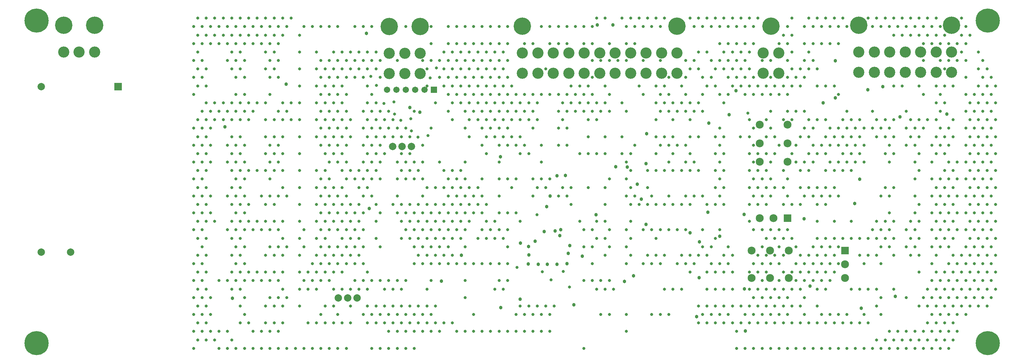
<source format=gbs>
G04*
G04 #@! TF.GenerationSoftware,Altium Limited,Altium Designer,22.3.1 (43)*
G04*
G04 Layer_Color=16711935*
%FSLAX24Y24*%
%MOIN*%
G70*
G04*
G04 #@! TF.SameCoordinates,EB2419D6-8F1E-4273-BF56-69E21729E32B*
G04*
G04*
G04 #@! TF.FilePolarity,Negative*
G04*
G01*
G75*
%ADD72R,0.0671X0.0671*%
%ADD73C,0.0671*%
%ADD74C,0.0848*%
%ADD75R,0.0848X0.0848*%
%ADD76R,0.0848X0.0848*%
%ADD77C,0.0789*%
%ADD78C,0.1190*%
%ADD79R,0.0789X0.0789*%
%ADD80C,0.0380*%
%ADD81C,0.0330*%
%ADD82C,0.1860*%
%ADD83C,0.2580*%
D72*
X60050Y45750D02*
D03*
D73*
X59050D02*
D03*
X58050D02*
D03*
X57050D02*
D03*
X56050D02*
D03*
X55050D02*
D03*
D74*
X97776Y42024D02*
D03*
Y40040D02*
D03*
Y38056D02*
D03*
X94824Y42024D02*
D03*
Y40040D02*
D03*
Y38056D02*
D03*
Y32048D02*
D03*
X96300D02*
D03*
X93957Y28576D02*
D03*
X95941D02*
D03*
X97926D02*
D03*
X93957Y25624D02*
D03*
X95941D02*
D03*
X97926D02*
D03*
X103933D02*
D03*
Y27100D02*
D03*
D75*
X97776Y32048D02*
D03*
D76*
X103933Y28576D02*
D03*
D77*
X57650Y39700D02*
D03*
X56650D02*
D03*
X55650D02*
D03*
X21305Y28392D02*
D03*
X18156D02*
D03*
Y46108D02*
D03*
X51850Y23500D02*
D03*
X50850D02*
D03*
X49850D02*
D03*
D78*
X55300Y47500D02*
D03*
Y49670D02*
D03*
X58600Y47500D02*
D03*
X56950D02*
D03*
Y49670D02*
D03*
X58600D02*
D03*
X77750Y49700D02*
D03*
X86000Y47530D02*
D03*
X84350D02*
D03*
X82700D02*
D03*
X81050D02*
D03*
X79400D02*
D03*
Y49700D02*
D03*
X81050D02*
D03*
X82700D02*
D03*
X84350D02*
D03*
X86000D02*
D03*
X69500Y47530D02*
D03*
Y49700D02*
D03*
X77750Y47530D02*
D03*
X76100D02*
D03*
X74450D02*
D03*
X72800D02*
D03*
X71150D02*
D03*
Y49700D02*
D03*
X72800D02*
D03*
X74450D02*
D03*
X76100D02*
D03*
X96850D02*
D03*
X95200D02*
D03*
Y47530D02*
D03*
X96850D02*
D03*
X113650Y49800D02*
D03*
X112000D02*
D03*
X110350D02*
D03*
X108700D02*
D03*
X107050D02*
D03*
Y47630D02*
D03*
X108700D02*
D03*
X110350D02*
D03*
X112000D02*
D03*
X113650D02*
D03*
X105400Y49800D02*
D03*
Y47630D02*
D03*
X115299Y49800D02*
D03*
Y47630D02*
D03*
X23850Y49800D02*
D03*
X22200D02*
D03*
X20550D02*
D03*
D79*
X26344Y46108D02*
D03*
D80*
X73600Y30800D02*
D03*
X71827Y30600D02*
D03*
X73000Y30650D02*
D03*
X73500Y30150D02*
D03*
X74550Y29100D02*
D03*
X67200Y22450D02*
D03*
X80400Y25268D02*
D03*
X81350Y25882D02*
D03*
X93150Y32447D02*
D03*
X99550Y31950D02*
D03*
X104950Y33600D02*
D03*
X70128Y27128D02*
D03*
X91550Y43100D02*
D03*
X105500Y36200D02*
D03*
X109300Y23650D02*
D03*
X105650Y22400D02*
D03*
X109800Y42850D02*
D03*
X90550Y30100D02*
D03*
X93200Y24450D02*
D03*
X93300Y19950D02*
D03*
X100200Y24750D02*
D03*
X106350Y45750D02*
D03*
X101600Y44350D02*
D03*
X107950Y46100D02*
D03*
X53150Y33050D02*
D03*
X72100Y33250D02*
D03*
X69300Y29350D02*
D03*
X57500Y43850D02*
D03*
X67150Y38600D02*
D03*
X58550Y43350D02*
D03*
X75000Y22750D02*
D03*
X88100Y21500D02*
D03*
X74399Y28250D02*
D03*
X72450Y34400D02*
D03*
X63000Y28050D02*
D03*
X102900Y44900D02*
D03*
X102900Y48850D02*
D03*
X92300Y45650D02*
D03*
X79150Y52707D02*
D03*
X77500D02*
D03*
X52850Y51800D02*
D03*
X74250Y27150D02*
D03*
X70150Y29000D02*
D03*
X71200Y27100D02*
D03*
X72150D02*
D03*
X73200D02*
D03*
X75900Y27950D02*
D03*
X70200Y28100D02*
D03*
X70850Y29550D02*
D03*
X80700Y37500D02*
D03*
X82700Y31350D02*
D03*
X38550Y23450D02*
D03*
X37750Y41800D02*
D03*
X44307Y46353D02*
D03*
X89400Y42200D02*
D03*
X77350Y32400D02*
D03*
X89300Y32650D02*
D03*
X82700Y37850D02*
D03*
X81750Y35650D02*
D03*
X114800Y43150D02*
D03*
X79450Y37518D02*
D03*
X88350Y25650D02*
D03*
X82750Y41050D02*
D03*
X87400Y30450D02*
D03*
X74100Y36600D02*
D03*
X88400Y29500D02*
D03*
X69250Y23350D02*
D03*
X60850Y25300D02*
D03*
X73200Y36550D02*
D03*
X82200Y34050D02*
D03*
D81*
X72542Y25421D02*
D03*
X71613Y26299D02*
D03*
X73842Y26321D02*
D03*
X68932Y26774D02*
D03*
X93548Y43260D02*
D03*
X92752Y40748D02*
D03*
X119980Y29882D02*
D03*
X115453Y42559D02*
D03*
X66555Y44370D02*
D03*
X72894Y22638D02*
D03*
X52972Y20827D02*
D03*
X39843Y18110D02*
D03*
X44370D02*
D03*
X62480Y45276D02*
D03*
X48445Y22638D02*
D03*
X110472Y28976D02*
D03*
X114547Y37126D02*
D03*
X35768D02*
D03*
X59764Y41654D02*
D03*
X116358Y28071D02*
D03*
X73799Y42559D02*
D03*
X76063Y30787D02*
D03*
X103228Y41654D02*
D03*
X82402Y45276D02*
D03*
X101870Y40748D02*
D03*
X115453Y26260D02*
D03*
X102323Y28976D02*
D03*
X69272Y44370D02*
D03*
X51614Y48898D02*
D03*
X76516Y35315D02*
D03*
X48898Y47087D02*
D03*
X54783Y20827D02*
D03*
X57500Y33504D02*
D03*
X117717Y25354D02*
D03*
X95532Y46181D02*
D03*
X93268Y50709D02*
D03*
X67913Y43465D02*
D03*
X97343Y35315D02*
D03*
X118622Y41654D02*
D03*
X114095Y32598D02*
D03*
X42559Y45276D02*
D03*
X54331Y41654D02*
D03*
X68366Y44370D02*
D03*
X34409Y34409D02*
D03*
X58858Y19921D02*
D03*
X46634Y24449D02*
D03*
X100965Y38937D02*
D03*
X88287Y22638D02*
D03*
X67461Y42559D02*
D03*
X50709Y18110D02*
D03*
X43917Y37126D02*
D03*
X108661Y41654D02*
D03*
X97343Y26260D02*
D03*
X39843Y39843D02*
D03*
X104587Y42559D02*
D03*
X52972Y38937D02*
D03*
X118622Y48898D02*
D03*
X102776Y20827D02*
D03*
X89193Y53425D02*
D03*
X54783Y42559D02*
D03*
X114095Y34409D02*
D03*
X38937Y28976D02*
D03*
X100059Y49803D02*
D03*
X105945Y18110D02*
D03*
X45728Y42559D02*
D03*
X115906Y23543D02*
D03*
X118169Y47992D02*
D03*
X100059Y20827D02*
D03*
X60669Y47087D02*
D03*
X39390Y38937D02*
D03*
X111378Y30787D02*
D03*
X39843Y43465D02*
D03*
X35768Y53425D02*
D03*
X90098D02*
D03*
X49350Y31693D02*
D03*
X74705Y33504D02*
D03*
X34862Y28071D02*
D03*
X64744Y35315D02*
D03*
X88287Y49803D02*
D03*
X110925Y51614D02*
D03*
X81496Y52520D02*
D03*
X98701Y28976D02*
D03*
X60669Y38031D02*
D03*
X94173Y23543D02*
D03*
X119528Y45276D02*
D03*
X110925Y40748D02*
D03*
X66555Y29882D02*
D03*
X83307Y34409D02*
D03*
X58858Y48898D02*
D03*
X55689Y40748D02*
D03*
X116811Y52520D02*
D03*
X69724Y19921D02*
D03*
X63386Y47087D02*
D03*
X114547Y29882D02*
D03*
X64291Y21732D02*
D03*
X72441D02*
D03*
X38484Y53425D02*
D03*
X64291Y19921D02*
D03*
X39843Y21732D02*
D03*
X114547Y38937D02*
D03*
X118169Y46181D02*
D03*
X53312Y47200D02*
D03*
X85118Y34409D02*
D03*
X95079Y36220D02*
D03*
X114095Y43465D02*
D03*
X74252Y34409D02*
D03*
X101870Y53425D02*
D03*
X118169Y42559D02*
D03*
X45728Y40748D02*
D03*
X82854Y53425D02*
D03*
X74705Y44370D02*
D03*
X116811Y38031D02*
D03*
X64291Y48898D02*
D03*
X81043Y28071D02*
D03*
X49803Y28976D02*
D03*
X78780D02*
D03*
X35315Y25354D02*
D03*
X95984Y45276D02*
D03*
X67913Y28976D02*
D03*
X102323Y21732D02*
D03*
X70630Y41654D02*
D03*
X47539Y44370D02*
D03*
X113189Y28976D02*
D03*
X52067Y29882D02*
D03*
X94626Y37126D02*
D03*
X47087Y27165D02*
D03*
X102323Y41654D02*
D03*
X105945Y39843D02*
D03*
X53878Y20827D02*
D03*
X39390Y31693D02*
D03*
X41654Y50709D02*
D03*
X48898Y34409D02*
D03*
X92815Y46181D02*
D03*
X116811Y25354D02*
D03*
X67913Y39843D02*
D03*
X48898Y36220D02*
D03*
X39390Y20827D02*
D03*
X57047Y30787D02*
D03*
X118622Y38031D02*
D03*
X117717Y30787D02*
D03*
Y43465D02*
D03*
X56595Y20827D02*
D03*
X102776Y28071D02*
D03*
X62933Y47992D02*
D03*
X119980Y46181D02*
D03*
X99154Y24449D02*
D03*
X44823Y42559D02*
D03*
X40295Y44370D02*
D03*
X36220Y34409D02*
D03*
X54331Y43465D02*
D03*
X70630Y50709D02*
D03*
X95984Y21732D02*
D03*
X58406Y29882D02*
D03*
X83760Y53425D02*
D03*
X107303Y40748D02*
D03*
X68366Y46181D02*
D03*
X54331Y21732D02*
D03*
X114095Y19921D02*
D03*
X39843Y36220D02*
D03*
X104134Y41654D02*
D03*
X71535Y19921D02*
D03*
X104134Y52520D02*
D03*
X99606Y34409D02*
D03*
X98248Y49803D02*
D03*
X48445Y20827D02*
D03*
X59764Y48898D02*
D03*
X93268Y21732D02*
D03*
X36220Y19921D02*
D03*
X111831Y33504D02*
D03*
X94626Y28071D02*
D03*
X102323Y27165D02*
D03*
X52972Y24449D02*
D03*
X100965Y31693D02*
D03*
X100059Y42559D02*
D03*
X98248Y53425D02*
D03*
X40295Y20827D02*
D03*
X96890Y25354D02*
D03*
X91457Y48898D02*
D03*
X50256Y37126D02*
D03*
X107756Y41654D02*
D03*
X53425Y36220D02*
D03*
X44370Y43465D02*
D03*
X90098Y20827D02*
D03*
X113189Y27165D02*
D03*
X61575Y28976D02*
D03*
X101417Y34409D02*
D03*
X76063Y18110D02*
D03*
X81043Y31693D02*
D03*
X116811Y50709D02*
D03*
X73799Y44370D02*
D03*
X71083D02*
D03*
X97795Y52520D02*
D03*
X85571Y33504D02*
D03*
X44370Y23543D02*
D03*
X43917Y53425D02*
D03*
X55236Y25354D02*
D03*
X52067Y35315D02*
D03*
X50256Y49803D02*
D03*
X36220Y50709D02*
D03*
X40295Y26260D02*
D03*
X62028Y46181D02*
D03*
X34409Y27165D02*
D03*
X48898Y39843D02*
D03*
X69724D02*
D03*
X42559Y50709D02*
D03*
X99154Y46181D02*
D03*
X91909Y49803D02*
D03*
X76516Y46181D02*
D03*
X82854Y35315D02*
D03*
X50256Y33504D02*
D03*
X70177Y44370D02*
D03*
X63839D02*
D03*
X76516Y42559D02*
D03*
X37579D02*
D03*
X51614Y28976D02*
D03*
X65197Y50709D02*
D03*
X63386Y25354D02*
D03*
X109114Y31693D02*
D03*
X100965Y24449D02*
D03*
X51614Y32598D02*
D03*
X65197Y19921D02*
D03*
X70177Y38937D02*
D03*
X118622Y28976D02*
D03*
X87382Y33504D02*
D03*
X75157Y43465D02*
D03*
X37126Y52520D02*
D03*
X103228Y27165D02*
D03*
X99154Y35315D02*
D03*
X81496Y50709D02*
D03*
X51161Y20827D02*
D03*
X56142Y19921D02*
D03*
X78327Y35315D02*
D03*
X63386Y52520D02*
D03*
X96437Y38937D02*
D03*
X80591Y28976D02*
D03*
X64744Y42559D02*
D03*
X97343Y22638D02*
D03*
X53425Y41654D02*
D03*
X95984Y23543D02*
D03*
X90098Y35315D02*
D03*
X119075Y44370D02*
D03*
X90098Y33504D02*
D03*
X119528Y28976D02*
D03*
X62028Y31693D02*
D03*
X86024Y43465D02*
D03*
X93268Y52520D02*
D03*
X73346Y45276D02*
D03*
X61575Y34409D02*
D03*
X34862Y19016D02*
D03*
X60669Y48898D02*
D03*
X73799Y35315D02*
D03*
X100059Y38937D02*
D03*
X57953Y43465D02*
D03*
X59764Y30787D02*
D03*
X39390Y33504D02*
D03*
X92815Y47992D02*
D03*
X61122Y20827D02*
D03*
X99606Y38031D02*
D03*
X42559Y30787D02*
D03*
X100059Y40748D02*
D03*
X36673Y31693D02*
D03*
X90551Y41654D02*
D03*
X34409Y48898D02*
D03*
X51161Y42559D02*
D03*
X95532Y28071D02*
D03*
X66555Y31693D02*
D03*
X65650Y29882D02*
D03*
X59764Y50709D02*
D03*
X76516Y38937D02*
D03*
X112283Y48898D02*
D03*
X57953Y28976D02*
D03*
X118622Y25354D02*
D03*
X38031Y52520D02*
D03*
X38937Y25354D02*
D03*
X111378Y38031D02*
D03*
X102776Y37126D02*
D03*
X88740Y45276D02*
D03*
X81949Y46181D02*
D03*
X34862Y33504D02*
D03*
X118622Y45276D02*
D03*
X114547Y26260D02*
D03*
X96890Y28976D02*
D03*
X119980Y24449D02*
D03*
X55791Y44472D02*
D03*
X58858Y36220D02*
D03*
X65197D02*
D03*
X50709Y38031D02*
D03*
X76516Y40748D02*
D03*
X118622Y47087D02*
D03*
X68819Y45276D02*
D03*
X35768Y46181D02*
D03*
X39390Y26260D02*
D03*
X77421Y38937D02*
D03*
X65650Y49803D02*
D03*
X102776Y35315D02*
D03*
X43917Y22638D02*
D03*
X107303Y31693D02*
D03*
X76969Y48898D02*
D03*
X59311Y31693D02*
D03*
X63839Y40748D02*
D03*
X59764Y32598D02*
D03*
X97343Y24449D02*
D03*
X103228Y52520D02*
D03*
X67461Y47992D02*
D03*
X43917Y35315D02*
D03*
X59764Y25354D02*
D03*
X115906Y36220D02*
D03*
X43917Y40748D02*
D03*
X34409Y36220D02*
D03*
X91004Y33504D02*
D03*
X97343D02*
D03*
X56142Y36220D02*
D03*
X74705Y35315D02*
D03*
X45728Y46181D02*
D03*
X119980Y35315D02*
D03*
X38031Y18110D02*
D03*
X106850Y43465D02*
D03*
X35315Y47087D02*
D03*
X91004Y28071D02*
D03*
X108209Y42559D02*
D03*
X113642Y44370D02*
D03*
X91909Y24449D02*
D03*
X109114Y28071D02*
D03*
X79685Y48898D02*
D03*
X93720Y49803D02*
D03*
X67913Y27165D02*
D03*
X119980Y44370D02*
D03*
X91004D02*
D03*
X35315Y23543D02*
D03*
X66102Y47087D02*
D03*
X115453Y22638D02*
D03*
X113189Y23543D02*
D03*
X101870Y20827D02*
D03*
X92362Y18110D02*
D03*
X58406Y33504D02*
D03*
X37579Y51614D02*
D03*
X86024Y27165D02*
D03*
X38484Y35315D02*
D03*
X49350Y42559D02*
D03*
X98701Y38031D02*
D03*
X95984Y41654D02*
D03*
X117717Y23543D02*
D03*
X115000Y38031D02*
D03*
X88287Y40748D02*
D03*
X64291Y34409D02*
D03*
X87382Y53425D02*
D03*
X94173Y36220D02*
D03*
X38484Y33504D02*
D03*
X60217Y29882D02*
D03*
X56142Y34409D02*
D03*
X107756Y52520D02*
D03*
X51161Y40748D02*
D03*
X51614Y27165D02*
D03*
X65197Y48898D02*
D03*
X60669Y30787D02*
D03*
X58858Y38031D02*
D03*
X90098Y22638D02*
D03*
X92815Y49803D02*
D03*
X43012Y47992D02*
D03*
X107756Y30787D02*
D03*
X101870Y24449D02*
D03*
X63839Y42559D02*
D03*
X60669Y19921D02*
D03*
X109114Y35315D02*
D03*
X34409Y23543D02*
D03*
X97795Y21732D02*
D03*
Y18110D02*
D03*
X115000Y39843D02*
D03*
X51161Y47992D02*
D03*
X39390Y29882D02*
D03*
X49803Y32598D02*
D03*
X51614Y30787D02*
D03*
X106398Y24449D02*
D03*
X83760Y42559D02*
D03*
Y29882D02*
D03*
X93720Y31693D02*
D03*
X118622Y43465D02*
D03*
X97343Y51614D02*
D03*
X115906Y19921D02*
D03*
X115000D02*
D03*
X61575Y30787D02*
D03*
X73346Y43465D02*
D03*
X48898Y32598D02*
D03*
X67913Y45276D02*
D03*
X80138Y44370D02*
D03*
X114547Y24449D02*
D03*
X84665Y33504D02*
D03*
X71535Y39843D02*
D03*
X43465Y19921D02*
D03*
X111378Y36220D02*
D03*
X109114Y29882D02*
D03*
X112736Y51614D02*
D03*
X63386Y36220D02*
D03*
X36220Y23543D02*
D03*
X75610Y46181D02*
D03*
X34862Y31693D02*
D03*
X42106D02*
D03*
X63839Y49803D02*
D03*
X38031Y38031D02*
D03*
X71535Y21732D02*
D03*
X63386Y48898D02*
D03*
X100965Y33504D02*
D03*
X113189Y21732D02*
D03*
X46181Y25354D02*
D03*
X110925Y28071D02*
D03*
X100512Y38031D02*
D03*
X56142Y21732D02*
D03*
X35768Y31693D02*
D03*
X90098Y46181D02*
D03*
X77874Y25354D02*
D03*
X43465Y18110D02*
D03*
X67008Y45276D02*
D03*
X40748Y18110D02*
D03*
X76969Y28976D02*
D03*
X105492Y42559D02*
D03*
X49803Y21732D02*
D03*
X83307Y27165D02*
D03*
X45276Y18110D02*
D03*
X111831Y26260D02*
D03*
X48445Y28071D02*
D03*
X85118Y30787D02*
D03*
X74252Y45276D02*
D03*
X58858Y39843D02*
D03*
X55236Y18110D02*
D03*
X61575Y27165D02*
D03*
X115453Y20827D02*
D03*
X111378Y32598D02*
D03*
X89646Y21732D02*
D03*
X88287Y28071D02*
D03*
X101870Y26260D02*
D03*
X114547Y51614D02*
D03*
X55689Y33504D02*
D03*
X49803Y52520D02*
D03*
X100059Y28071D02*
D03*
X82402Y48898D02*
D03*
X97343Y20827D02*
D03*
X111831Y53425D02*
D03*
X69724Y50709D02*
D03*
X43012Y40748D02*
D03*
X100965Y42559D02*
D03*
X83760Y46181D02*
D03*
X104587Y40748D02*
D03*
X42559Y18110D02*
D03*
X108661Y39843D02*
D03*
X113642Y46181D02*
D03*
X66102Y43465D02*
D03*
X64744Y29882D02*
D03*
X108661Y38031D02*
D03*
X113642Y28071D02*
D03*
X35315Y50709D02*
D03*
X91457Y52520D02*
D03*
X113189Y18110D02*
D03*
X61122Y28071D02*
D03*
X62480Y36220D02*
D03*
X59764Y27165D02*
D03*
X95079Y28976D02*
D03*
X96437Y20827D02*
D03*
X84213Y30787D02*
D03*
X86929D02*
D03*
X91909Y28071D02*
D03*
X112283Y18110D02*
D03*
X99606Y47087D02*
D03*
X93720Y26260D02*
D03*
X39843Y38031D02*
D03*
X52520Y39843D02*
D03*
X62480Y34409D02*
D03*
X76969Y52520D02*
D03*
X49350Y33504D02*
D03*
X53878Y22638D02*
D03*
X62028Y33504D02*
D03*
X107756Y28976D02*
D03*
X77421Y53425D02*
D03*
X36673Y51614D02*
D03*
X101870Y35315D02*
D03*
X86929Y38031D02*
D03*
X45728Y37126D02*
D03*
X64291Y47087D02*
D03*
X100965Y28071D02*
D03*
X42106Y38937D02*
D03*
X38937Y30787D02*
D03*
X45728Y38937D02*
D03*
X58858Y28976D02*
D03*
X34409Y38031D02*
D03*
X89193Y46181D02*
D03*
X53878Y42559D02*
D03*
X100059Y53425D02*
D03*
X53425Y45276D02*
D03*
X110472Y30787D02*
D03*
X91909Y53425D02*
D03*
X119075Y22638D02*
D03*
X81496Y39843D02*
D03*
X101870Y37126D02*
D03*
X105039Y41654D02*
D03*
X119980Y33504D02*
D03*
X95984Y18110D02*
D03*
X111378Y34409D02*
D03*
X87382Y28071D02*
D03*
X57500Y22638D02*
D03*
X115000Y48898D02*
D03*
X54331Y28976D02*
D03*
X91004Y26260D02*
D03*
X55236Y43465D02*
D03*
X42106Y42559D02*
D03*
X53425Y21732D02*
D03*
X66555Y49803D02*
D03*
X47992Y28976D02*
D03*
X89193Y20827D02*
D03*
X39843Y25354D02*
D03*
X67008D02*
D03*
X98248Y29882D02*
D03*
X34409Y30787D02*
D03*
X116811Y47087D02*
D03*
X94173Y39843D02*
D03*
X93720Y38937D02*
D03*
X56595Y31693D02*
D03*
X97795Y50709D02*
D03*
X81949Y53425D02*
D03*
X102323Y34409D02*
D03*
X119075Y31693D02*
D03*
X43012Y51614D02*
D03*
X99606Y43465D02*
D03*
X84665Y28071D02*
D03*
X52520Y34409D02*
D03*
X54783Y22638D02*
D03*
X50256Y40748D02*
D03*
X100965Y53425D02*
D03*
X117264Y51614D02*
D03*
X112283Y45276D02*
D03*
X41654Y34409D02*
D03*
X99154Y47992D02*
D03*
X62933Y37126D02*
D03*
X87835Y27165D02*
D03*
X80138Y38937D02*
D03*
X80591Y38031D02*
D03*
X76969Y27165D02*
D03*
X73346Y39843D02*
D03*
X35315Y36220D02*
D03*
X48445Y26260D02*
D03*
X66102Y41654D02*
D03*
X111378Y19921D02*
D03*
X79232Y24449D02*
D03*
X95984Y48898D02*
D03*
X40748Y52520D02*
D03*
X59311Y29882D02*
D03*
X118169Y37126D02*
D03*
X39843Y28976D02*
D03*
X68819Y39843D02*
D03*
X101417Y50709D02*
D03*
X108209Y53425D02*
D03*
X52520Y27165D02*
D03*
X48445Y47992D02*
D03*
X116811Y45276D02*
D03*
X77421Y44370D02*
D03*
X108209Y40748D02*
D03*
X118622Y23543D02*
D03*
X35768Y20827D02*
D03*
X67461Y44370D02*
D03*
X99606Y23543D02*
D03*
X119075Y33504D02*
D03*
X49350Y28071D02*
D03*
X51161Y24449D02*
D03*
X68819Y36220D02*
D03*
X101417Y18110D02*
D03*
X111831Y37126D02*
D03*
X52972Y40748D02*
D03*
X87835Y38031D02*
D03*
X34862Y37126D02*
D03*
X50709Y47087D02*
D03*
X48898Y45276D02*
D03*
X77874Y48898D02*
D03*
X38031Y50709D02*
D03*
X103228Y28976D02*
D03*
X62028Y29882D02*
D03*
X94173Y38031D02*
D03*
X78327Y24449D02*
D03*
X108661Y32598D02*
D03*
X117264Y26260D02*
D03*
X74252Y52520D02*
D03*
X42559Y25354D02*
D03*
X119980Y37126D02*
D03*
X61575Y36220D02*
D03*
X52520Y32598D02*
D03*
X112283Y41654D02*
D03*
X89646Y52520D02*
D03*
X49803Y41654D02*
D03*
X112736Y24449D02*
D03*
X60669Y27165D02*
D03*
X97795Y43465D02*
D03*
X113642Y20827D02*
D03*
X84213Y52520D02*
D03*
X52520Y36220D02*
D03*
X48898Y30787D02*
D03*
X113642Y35315D02*
D03*
X38484Y37126D02*
D03*
X115453Y28071D02*
D03*
X115000Y41654D02*
D03*
X89193Y26260D02*
D03*
X106398Y53425D02*
D03*
X64291Y45276D02*
D03*
X113642Y38937D02*
D03*
X44370Y28976D02*
D03*
X98701Y47087D02*
D03*
X71083Y35315D02*
D03*
X86476Y28071D02*
D03*
X118169Y29882D02*
D03*
X78327Y33504D02*
D03*
X47087Y52520D02*
D03*
X47992Y45276D02*
D03*
X95532Y35315D02*
D03*
X49803Y48898D02*
D03*
X40748Y50709D02*
D03*
X117264Y22638D02*
D03*
X62480Y30787D02*
D03*
X94173Y41654D02*
D03*
X51614Y52520D02*
D03*
X48445Y29882D02*
D03*
X48898Y28976D02*
D03*
X112736Y53425D02*
D03*
X114547Y22638D02*
D03*
X67008Y39843D02*
D03*
X90098Y26260D02*
D03*
X47992Y18110D02*
D03*
X99606Y52520D02*
D03*
X49350Y49803D02*
D03*
X39843Y23543D02*
D03*
X39390Y35315D02*
D03*
X112736Y20827D02*
D03*
X98248Y38937D02*
D03*
X101417Y28976D02*
D03*
X45728Y28071D02*
D03*
X103228Y38031D02*
D03*
X80591Y36220D02*
D03*
X54331Y25354D02*
D03*
X114547Y20827D02*
D03*
X85571Y42559D02*
D03*
X92362Y48898D02*
D03*
X68819Y21732D02*
D03*
X35768Y44370D02*
D03*
X112736Y19016D02*
D03*
X119980Y28071D02*
D03*
X53878Y40748D02*
D03*
X87382Y26260D02*
D03*
X70630Y45276D02*
D03*
X83307Y52520D02*
D03*
X53425Y43465D02*
D03*
X113642Y29882D02*
D03*
X51614Y47087D02*
D03*
X98248Y26260D02*
D03*
X76969Y45276D02*
D03*
X57047Y36220D02*
D03*
X106850Y41654D02*
D03*
X78327Y53425D02*
D03*
X38031Y48898D02*
D03*
X119528Y38031D02*
D03*
X45728Y35315D02*
D03*
X75610Y44370D02*
D03*
Y31693D02*
D03*
X76063Y25354D02*
D03*
X88740Y21732D02*
D03*
X76969Y47087D02*
D03*
X110020Y46181D02*
D03*
X39390Y49803D02*
D03*
X101870Y29882D02*
D03*
X67008Y47087D02*
D03*
X85118Y43465D02*
D03*
X43012Y49803D02*
D03*
X90098Y40748D02*
D03*
X38937Y43465D02*
D03*
X47539Y49803D02*
D03*
X56595Y24449D02*
D03*
X114547Y19016D02*
D03*
X41654Y18110D02*
D03*
X116811Y21732D02*
D03*
X85118Y47087D02*
D03*
X53878Y29882D02*
D03*
X35315Y39843D02*
D03*
X66555Y46181D02*
D03*
X50256Y47992D02*
D03*
X42559Y52520D02*
D03*
X48445Y46181D02*
D03*
X113642Y53425D02*
D03*
X90098Y29882D02*
D03*
X65197Y39843D02*
D03*
X62933Y49803D02*
D03*
X51161Y28071D02*
D03*
X70177Y22638D02*
D03*
X51614Y25354D02*
D03*
X113642Y24449D02*
D03*
X115453Y33504D02*
D03*
Y40748D02*
D03*
X55689Y42559D02*
D03*
X95532Y33504D02*
D03*
X98701Y18110D02*
D03*
X101870Y46181D02*
D03*
X116358Y22638D02*
D03*
X43012Y38937D02*
D03*
Y20827D02*
D03*
X61122Y33504D02*
D03*
X108209Y29882D02*
D03*
X106850Y30787D02*
D03*
X113189Y39843D02*
D03*
X52067Y31693D02*
D03*
X90551Y34409D02*
D03*
X34409Y18110D02*
D03*
X76516Y44370D02*
D03*
X104134Y21732D02*
D03*
X115453Y35315D02*
D03*
X43917Y29882D02*
D03*
X47992Y21732D02*
D03*
X108661Y28976D02*
D03*
X52067Y37126D02*
D03*
X97795Y47087D02*
D03*
X100059Y37126D02*
D03*
X48445Y40748D02*
D03*
X107756Y34409D02*
D03*
X99154Y33504D02*
D03*
X91457Y50709D02*
D03*
X35768Y29882D02*
D03*
X49350Y20827D02*
D03*
X89646Y27165D02*
D03*
X105945Y41654D02*
D03*
X92815Y20827D02*
D03*
X70630Y36220D02*
D03*
X57953Y18110D02*
D03*
X47992Y47087D02*
D03*
X115000Y28976D02*
D03*
X114095Y41654D02*
D03*
X53425Y25354D02*
D03*
X100965Y20827D02*
D03*
X118169Y31693D02*
D03*
X115906Y38031D02*
D03*
X51161Y49803D02*
D03*
X42106Y47992D02*
D03*
X93720Y40748D02*
D03*
X83760Y37126D02*
D03*
X50256Y35315D02*
D03*
X52520Y47087D02*
D03*
X117717Y32598D02*
D03*
X38484Y24449D02*
D03*
X83760Y33504D02*
D03*
X35315Y52520D02*
D03*
X59764Y28976D02*
D03*
X116811Y23543D02*
D03*
X93720Y33504D02*
D03*
X100965Y46181D02*
D03*
X43917Y20827D02*
D03*
X89193Y33504D02*
D03*
X108661Y34409D02*
D03*
X52067Y33504D02*
D03*
X81043Y37126D02*
D03*
X77421Y31693D02*
D03*
X107756Y21732D02*
D03*
X73346Y34409D02*
D03*
X35768Y35315D02*
D03*
X91457Y28976D02*
D03*
X60327Y48102D02*
D03*
X91909Y47992D02*
D03*
X56142Y32598D02*
D03*
X105492Y24449D02*
D03*
X50256Y31693D02*
D03*
X115453Y29882D02*
D03*
X62480Y50709D02*
D03*
X94173Y47087D02*
D03*
X104587Y37126D02*
D03*
X113642Y26260D02*
D03*
X68819Y43465D02*
D03*
X63839Y46181D02*
D03*
X87835Y34409D02*
D03*
X47992Y52520D02*
D03*
X38937Y47087D02*
D03*
X53930Y46233D02*
D03*
X69724Y45276D02*
D03*
X67913Y30787D02*
D03*
X50256Y44370D02*
D03*
X56595Y38937D02*
D03*
X47539Y20827D02*
D03*
X43012Y33504D02*
D03*
X95532Y22638D02*
D03*
X47087Y25354D02*
D03*
X97795Y23543D02*
D03*
X43465Y34409D02*
D03*
X54331Y48898D02*
D03*
X118169Y26260D02*
D03*
X99606Y48898D02*
D03*
X39843Y27165D02*
D03*
X84665Y53425D02*
D03*
X38484Y47992D02*
D03*
X63386Y30787D02*
D03*
X55857Y43180D02*
D03*
X57953Y30787D02*
D03*
X39843Y48898D02*
D03*
X65197Y34409D02*
D03*
X77874Y43465D02*
D03*
X38937Y39843D02*
D03*
X68819Y19921D02*
D03*
X36220Y38031D02*
D03*
X48898Y48898D02*
D03*
X117264Y37126D02*
D03*
X49803Y34409D02*
D03*
X85571Y37126D02*
D03*
X104134Y38031D02*
D03*
X95532Y40748D02*
D03*
X47539Y33504D02*
D03*
X117264Y40748D02*
D03*
X51161Y31693D02*
D03*
X89646Y47087D02*
D03*
X43917Y31693D02*
D03*
X67008Y41654D02*
D03*
X107756Y18110D02*
D03*
X59311Y24449D02*
D03*
X114547Y33504D02*
D03*
X54783Y40748D02*
D03*
X71988Y47992D02*
D03*
X94173Y34409D02*
D03*
X96437Y28071D02*
D03*
X37126Y43465D02*
D03*
X47539Y28071D02*
D03*
X67008Y27165D02*
D03*
X39390Y40748D02*
D03*
X93720Y22638D02*
D03*
X111831Y46181D02*
D03*
X115906Y50709D02*
D03*
X38937Y52520D02*
D03*
X91004Y35315D02*
D03*
X42559Y28976D02*
D03*
X72441Y19921D02*
D03*
X36673Y42559D02*
D03*
X42106Y40748D02*
D03*
X63386Y50709D02*
D03*
X54331Y18110D02*
D03*
X65197Y41654D02*
D03*
X35315Y32598D02*
D03*
X42106Y20827D02*
D03*
X117717Y36220D02*
D03*
X94626Y24449D02*
D03*
X67008Y32598D02*
D03*
X116358Y26260D02*
D03*
X36220Y39843D02*
D03*
X59764Y21732D02*
D03*
X77421Y24449D02*
D03*
X38031Y25354D02*
D03*
X57047Y52520D02*
D03*
X64744Y47992D02*
D03*
X94626Y35315D02*
D03*
X117264D02*
D03*
X47539Y37126D02*
D03*
X63386Y34409D02*
D03*
X114547Y35315D02*
D03*
X52972Y47992D02*
D03*
X35315Y48898D02*
D03*
X100512Y39843D02*
D03*
X110925Y29882D02*
D03*
X89193Y28071D02*
D03*
X54331Y38031D02*
D03*
X78780Y25354D02*
D03*
X43917Y28071D02*
D03*
X48445Y37126D02*
D03*
X39390Y24449D02*
D03*
X111831Y38937D02*
D03*
X117717Y38031D02*
D03*
X64291Y43465D02*
D03*
X52520Y38031D02*
D03*
X81043Y29882D02*
D03*
X35315Y19921D02*
D03*
X102776Y46181D02*
D03*
X58858Y30787D02*
D03*
X52520Y28976D02*
D03*
X107303Y22638D02*
D03*
X86024Y39843D02*
D03*
X49803D02*
D03*
X45728Y24449D02*
D03*
X60669Y32598D02*
D03*
X84665Y37126D02*
D03*
X47992Y39843D02*
D03*
X114547Y46181D02*
D03*
X102323Y52520D02*
D03*
X67461Y24449D02*
D03*
X93720Y35315D02*
D03*
X72441Y52520D02*
D03*
X96437Y46181D02*
D03*
X85571Y38937D02*
D03*
X102776Y53425D02*
D03*
X98248Y47992D02*
D03*
X116811Y39843D02*
D03*
Y28976D02*
D03*
X118169Y24449D02*
D03*
X81496Y34409D02*
D03*
X76969Y30787D02*
D03*
X100512Y18110D02*
D03*
X65197Y32598D02*
D03*
X119528Y34409D02*
D03*
X69724Y43465D02*
D03*
X65650Y42559D02*
D03*
X101870Y33504D02*
D03*
X60217Y20827D02*
D03*
X115906Y34409D02*
D03*
X71988Y22638D02*
D03*
X112283Y50709D02*
D03*
X109114Y40748D02*
D03*
X35315Y21732D02*
D03*
X114095Y36220D02*
D03*
X81949Y33504D02*
D03*
X116811Y27165D02*
D03*
X67008Y30787D02*
D03*
X61575Y50709D02*
D03*
X114095Y25354D02*
D03*
X45728Y47992D02*
D03*
X66102Y52520D02*
D03*
X97795Y34409D02*
D03*
X90551Y39843D02*
D03*
X72441Y50709D02*
D03*
X92362Y19921D02*
D03*
X47539Y40748D02*
D03*
X38937Y36220D02*
D03*
X95984Y43465D02*
D03*
X96437Y35315D02*
D03*
X52067Y28071D02*
D03*
X67008Y36220D02*
D03*
X67461Y29882D02*
D03*
X34409Y52520D02*
D03*
X57953Y19921D02*
D03*
X116811Y32598D02*
D03*
X110472Y39843D02*
D03*
X100059Y47992D02*
D03*
X110020Y19016D02*
D03*
X61575Y43465D02*
D03*
X97343Y28071D02*
D03*
X45728Y31693D02*
D03*
X108661Y18110D02*
D03*
X80591Y19921D02*
D03*
X35768Y19016D02*
D03*
X88287Y44370D02*
D03*
X55689Y20827D02*
D03*
X109114Y38937D02*
D03*
X49350Y46181D02*
D03*
X43012Y26260D02*
D03*
X76969Y25354D02*
D03*
X98248Y42559D02*
D03*
X49350Y44370D02*
D03*
X83760Y28071D02*
D03*
X52972Y46181D02*
D03*
X83760Y38937D02*
D03*
X117717Y34409D02*
D03*
X69272Y22638D02*
D03*
X109114Y24449D02*
D03*
X97795Y48898D02*
D03*
X107303Y42559D02*
D03*
X97795Y45276D02*
D03*
X53425Y39843D02*
D03*
X101417Y52520D02*
D03*
X102776Y26260D02*
D03*
X63386Y32598D02*
D03*
X50256Y20827D02*
D03*
X60217Y28071D02*
D03*
X52067Y49803D02*
D03*
X49350Y26260D02*
D03*
X118169Y49803D02*
D03*
X59311Y47992D02*
D03*
X39843Y50709D02*
D03*
X87835Y48898D02*
D03*
X106850Y18110D02*
D03*
X116358Y49803D02*
D03*
X76063Y28976D02*
D03*
X35768Y40748D02*
D03*
X49350D02*
D03*
X51161Y22638D02*
D03*
X60217Y33504D02*
D03*
X113189Y50709D02*
D03*
X34862Y22638D02*
D03*
X37126Y19921D02*
D03*
X100059Y35315D02*
D03*
X90551Y52520D02*
D03*
X50709Y34409D02*
D03*
X39390Y47992D02*
D03*
X49350Y24449D02*
D03*
X74705Y46181D02*
D03*
X57500Y20827D02*
D03*
X80591Y52520D02*
D03*
X64291D02*
D03*
X58858Y21732D02*
D03*
X78780Y50709D02*
D03*
X115000Y36220D02*
D03*
X91004Y47992D02*
D03*
X62933Y29882D02*
D03*
X116811Y34409D02*
D03*
X113642Y22638D02*
D03*
X34862Y40748D02*
D03*
X115000Y18110D02*
D03*
X42559Y48898D02*
D03*
X51614Y36220D02*
D03*
X51161Y37126D02*
D03*
X38937Y32598D02*
D03*
X43465Y30787D02*
D03*
X88287Y20827D02*
D03*
X66102Y19921D02*
D03*
X117264Y28071D02*
D03*
X56142Y48898D02*
D03*
X43012Y37126D02*
D03*
X56142Y25354D02*
D03*
Y18110D02*
D03*
X78780Y30787D02*
D03*
X66555Y42559D02*
D03*
X41201Y31693D02*
D03*
X65650Y46181D02*
D03*
X118622Y34409D02*
D03*
X115453Y31693D02*
D03*
X115000Y50709D02*
D03*
X113642Y31693D02*
D03*
X34862Y46181D02*
D03*
X63386Y43465D02*
D03*
X105492Y20827D02*
D03*
X116811Y30787D02*
D03*
X57047Y32598D02*
D03*
X50709Y27165D02*
D03*
X40748Y19921D02*
D03*
X84213Y21732D02*
D03*
X34409Y19921D02*
D03*
X52520Y43465D02*
D03*
X34862Y51614D02*
D03*
X90551Y38031D02*
D03*
X54331Y32598D02*
D03*
X105039Y18110D02*
D03*
X52972Y35315D02*
D03*
X43012Y53425D02*
D03*
X114095Y23543D02*
D03*
X104587Y31693D02*
D03*
X115453Y19016D02*
D03*
X111378Y18110D02*
D03*
X115000Y23543D02*
D03*
X63386Y28976D02*
D03*
X66102Y27165D02*
D03*
X63839Y33504D02*
D03*
X95079Y23543D02*
D03*
X55689Y22638D02*
D03*
X89193Y24449D02*
D03*
X97343Y46181D02*
D03*
X119528Y23543D02*
D03*
X71535Y36220D02*
D03*
X59311Y33504D02*
D03*
X111831Y31693D02*
D03*
X52520Y41654D02*
D03*
X118169Y35315D02*
D03*
X100512Y28976D02*
D03*
X119075Y24449D02*
D03*
X95984Y30787D02*
D03*
X97343Y42559D02*
D03*
X110472Y23543D02*
D03*
X94173Y52520D02*
D03*
X82402Y27165D02*
D03*
X111831Y42559D02*
D03*
X114095Y21732D02*
D03*
X44370Y34409D02*
D03*
X55689Y24449D02*
D03*
X58406Y20827D02*
D03*
X42559Y19921D02*
D03*
X100965Y26260D02*
D03*
X101417Y27165D02*
D03*
X78327Y28071D02*
D03*
X113189Y52520D02*
D03*
X109114Y19016D02*
D03*
X62480Y27165D02*
D03*
X46634Y20827D02*
D03*
X102323Y38031D02*
D03*
X112736Y22638D02*
D03*
X48445Y33504D02*
D03*
X85571Y44370D02*
D03*
X105945Y21732D02*
D03*
X61122Y47992D02*
D03*
X119528Y27165D02*
D03*
X47992Y30787D02*
D03*
X53878Y31693D02*
D03*
X84665Y46181D02*
D03*
X85118Y38031D02*
D03*
X108209Y35315D02*
D03*
X88740Y52520D02*
D03*
X88287Y37126D02*
D03*
X57953Y36220D02*
D03*
X78780Y45276D02*
D03*
X91004Y53425D02*
D03*
X59311Y35315D02*
D03*
X40295Y53425D02*
D03*
X87382Y42559D02*
D03*
X57500Y40748D02*
D03*
X48898Y25354D02*
D03*
X50709Y45276D02*
D03*
X107756Y23543D02*
D03*
X116358Y53425D02*
D03*
X111831Y28071D02*
D03*
X116811Y48898D02*
D03*
X95984Y34409D02*
D03*
X109114Y51614D02*
D03*
X52972Y26260D02*
D03*
X48898Y27165D02*
D03*
X91457Y45276D02*
D03*
X99154Y26260D02*
D03*
X61575Y45276D02*
D03*
X97343Y29882D02*
D03*
X103681Y40748D02*
D03*
Y20827D02*
D03*
X94626Y26260D02*
D03*
X61122Y35315D02*
D03*
X35768Y24449D02*
D03*
X60217Y31693D02*
D03*
X62028Y49803D02*
D03*
X85118Y21732D02*
D03*
X98248Y22638D02*
D03*
X67008Y48898D02*
D03*
X92815Y53425D02*
D03*
X35768Y42559D02*
D03*
X53878Y33504D02*
D03*
X119980Y38937D02*
D03*
X40748Y30787D02*
D03*
X34862Y47992D02*
D03*
X61575Y48898D02*
D03*
X63839Y35315D02*
D03*
X42106Y26260D02*
D03*
X95532Y38937D02*
D03*
X78327Y46181D02*
D03*
X119075Y28071D02*
D03*
X62933Y46181D02*
D03*
X47539Y31693D02*
D03*
X80138Y53425D02*
D03*
X41654Y30787D02*
D03*
X45728Y22638D02*
D03*
X67461Y40748D02*
D03*
X34409Y41654D02*
D03*
X43465Y38031D02*
D03*
X93720Y24449D02*
D03*
X49803Y18110D02*
D03*
X78780Y43465D02*
D03*
X117717Y39843D02*
D03*
X111831Y51614D02*
D03*
X106398Y20827D02*
D03*
X111378Y39843D02*
D03*
X93720Y46181D02*
D03*
X76063Y45276D02*
D03*
X110472Y41654D02*
D03*
X95079Y27165D02*
D03*
X100512Y34409D02*
D03*
X86929Y27165D02*
D03*
X88740Y34409D02*
D03*
X95079D02*
D03*
X113642Y42559D02*
D03*
X95532Y20827D02*
D03*
X55236Y21732D02*
D03*
X61122Y49803D02*
D03*
X94626Y33504D02*
D03*
X41654Y52520D02*
D03*
X96890Y30787D02*
D03*
X107303Y29882D02*
D03*
X43465Y47087D02*
D03*
X78780Y36220D02*
D03*
X90551Y21732D02*
D03*
X80591Y48898D02*
D03*
X107303Y24449D02*
D03*
X105492Y29882D02*
D03*
X102323Y39843D02*
D03*
X99154Y40748D02*
D03*
X38484Y29882D02*
D03*
X62028Y28071D02*
D03*
X65650Y38937D02*
D03*
X51161Y29882D02*
D03*
X65197Y47087D02*
D03*
X96890Y27165D02*
D03*
X88740Y47087D02*
D03*
X115000Y21732D02*
D03*
X108209Y31693D02*
D03*
X49803Y47087D02*
D03*
X119980Y40748D02*
D03*
X66102Y45276D02*
D03*
X35768Y51614D02*
D03*
X111378Y28976D02*
D03*
X57953Y38031D02*
D03*
X116811Y41654D02*
D03*
X109567Y52520D02*
D03*
X114095D02*
D03*
X67913Y41654D02*
D03*
X111378D02*
D03*
X47992Y27165D02*
D03*
X38484Y42559D02*
D03*
X43917Y44370D02*
D03*
X71535Y38031D02*
D03*
X97795Y30787D02*
D03*
X119075Y35315D02*
D03*
X75157Y52520D02*
D03*
X66102Y48898D02*
D03*
X119075Y40748D02*
D03*
X38484Y49803D02*
D03*
X45728Y33504D02*
D03*
X61575Y32598D02*
D03*
X59764Y19921D02*
D03*
X65197Y43465D02*
D03*
X54783Y38937D02*
D03*
X52972Y37126D02*
D03*
X52067Y47992D02*
D03*
X58406Y31693D02*
D03*
X99606Y27165D02*
D03*
X92362Y50709D02*
D03*
X118169Y22638D02*
D03*
X109114Y46181D02*
D03*
X66555Y40748D02*
D03*
X43465Y25354D02*
D03*
X115000Y30787D02*
D03*
X82854Y33504D02*
D03*
X99154Y28071D02*
D03*
X58347Y40690D02*
D03*
X93720Y47992D02*
D03*
X69272Y31693D02*
D03*
X42106Y49803D02*
D03*
X62028Y42559D02*
D03*
X105492Y28071D02*
D03*
X94626Y46181D02*
D03*
X34862Y49803D02*
D03*
X91909Y22638D02*
D03*
X115906Y21732D02*
D03*
X113189Y38031D02*
D03*
X39390Y44370D02*
D03*
X119528Y32598D02*
D03*
X108661Y30787D02*
D03*
X43465Y50709D02*
D03*
X47539Y46181D02*
D03*
X95984Y27165D02*
D03*
X98701Y39843D02*
D03*
X67008Y43465D02*
D03*
X42106Y37126D02*
D03*
X62480Y48898D02*
D03*
X94626Y20827D02*
D03*
X35315Y27165D02*
D03*
X64744Y44370D02*
D03*
X61122Y46181D02*
D03*
X34862Y20827D02*
D03*
X93720Y53425D02*
D03*
X95984Y38031D02*
D03*
X56595Y40748D02*
D03*
X43012Y42559D02*
D03*
X45728Y29882D02*
D03*
X81043Y53425D02*
D03*
X65197Y30787D02*
D03*
X96890Y18110D02*
D03*
X86476Y24449D02*
D03*
X44823Y53425D02*
D03*
X50709Y36220D02*
D03*
X109567Y18110D02*
D03*
X46181Y30787D02*
D03*
X70630Y21732D02*
D03*
X76969Y43465D02*
D03*
X112736Y42559D02*
D03*
X56595Y29882D02*
D03*
X34862Y35315D02*
D03*
X62933D02*
D03*
X78780Y21732D02*
D03*
X92362Y52520D02*
D03*
X119980Y42559D02*
D03*
X117264Y24449D02*
D03*
X43465Y43465D02*
D03*
X42559Y36220D02*
D03*
X43917Y26260D02*
D03*
X47992Y34409D02*
D03*
X40748Y43465D02*
D03*
X37126Y18110D02*
D03*
X84213Y27165D02*
D03*
X38484Y40748D02*
D03*
X59311Y46181D02*
D03*
X113189Y34409D02*
D03*
X56595Y33504D02*
D03*
X91457Y21732D02*
D03*
X86929Y43465D02*
D03*
X110472Y52520D02*
D03*
X115906Y25354D02*
D03*
X95079D02*
D03*
X90551Y27165D02*
D03*
X96437Y40748D02*
D03*
X67913Y25354D02*
D03*
X78327Y31693D02*
D03*
X76063Y50709D02*
D03*
X91909Y20827D02*
D03*
X42559Y47087D02*
D03*
X47539Y47992D02*
D03*
X95532Y26260D02*
D03*
X52067Y24449D02*
D03*
X88287Y53425D02*
D03*
X49350Y47992D02*
D03*
X41201Y44370D02*
D03*
X41654Y19921D02*
D03*
X38484Y26260D02*
D03*
X117264Y31693D02*
D03*
X65650Y44370D02*
D03*
X36220Y52520D02*
D03*
X54725Y44312D02*
D03*
X62480Y32598D02*
D03*
X71050Y32400D02*
D03*
X35315Y30787D02*
D03*
X119528Y39843D02*
D03*
X61575Y52520D02*
D03*
X96437Y24449D02*
D03*
X91004Y38937D02*
D03*
X118622Y39843D02*
D03*
X39390Y37126D02*
D03*
X116358Y24449D02*
D03*
X38484Y44370D02*
D03*
X57047Y18110D02*
D03*
X63839Y47992D02*
D03*
X58858Y27165D02*
D03*
X65197Y45276D02*
D03*
X84213Y48898D02*
D03*
Y43465D02*
D03*
X57953Y27165D02*
D03*
X49803D02*
D03*
X81043Y35315D02*
D03*
X89646Y28976D02*
D03*
X115906Y30787D02*
D03*
X95984Y47087D02*
D03*
X117717Y41654D02*
D03*
X93720Y37126D02*
D03*
X87382Y40748D02*
D03*
X103228Y18110D02*
D03*
X69272Y42559D02*
D03*
X119075Y26260D02*
D03*
X53425Y34409D02*
D03*
X85118Y39843D02*
D03*
X55236Y41654D02*
D03*
X42106Y28071D02*
D03*
X58858Y32598D02*
D03*
X34409Y47087D02*
D03*
X65650Y47992D02*
D03*
X38484Y31693D02*
D03*
X92815Y22638D02*
D03*
X119980Y31693D02*
D03*
X58406Y22638D02*
D03*
X117717Y28976D02*
D03*
X94626Y53425D02*
D03*
X114547Y47992D02*
D03*
X102776Y40748D02*
D03*
X84665D02*
D03*
X71535Y52520D02*
D03*
X41201Y26260D02*
D03*
X42106Y22638D02*
D03*
X114547Y44370D02*
D03*
X67913Y19921D02*
D03*
X100965Y35315D02*
D03*
X118622Y36220D02*
D03*
X45728Y44370D02*
D03*
X93268Y47087D02*
D03*
X52520Y52520D02*
D03*
X90098Y47992D02*
D03*
X72441Y36220D02*
D03*
X104587Y29882D02*
D03*
X105492Y38937D02*
D03*
X97343Y37126D02*
D03*
X95532Y29882D02*
D03*
X89193Y49803D02*
D03*
X41201Y51614D02*
D03*
X43465Y39843D02*
D03*
X68819Y32598D02*
D03*
X104134Y18110D02*
D03*
X78327Y44370D02*
D03*
X117264D02*
D03*
X98248Y33504D02*
D03*
X101417Y39843D02*
D03*
X41201Y53425D02*
D03*
X110472Y19921D02*
D03*
X66102Y50709D02*
D03*
X104587Y24449D02*
D03*
X114095Y18110D02*
D03*
X99606Y21732D02*
D03*
X86476Y44370D02*
D03*
X83307Y21732D02*
D03*
X95079Y18110D02*
D03*
X91909Y46181D02*
D03*
X102323Y18110D02*
D03*
X52972Y44370D02*
D03*
X119528Y43465D02*
D03*
X108209Y38937D02*
D03*
X102323Y25354D02*
D03*
X103228Y50709D02*
D03*
X99606D02*
D03*
X99154Y20827D02*
D03*
X109114Y42559D02*
D03*
X61575Y47087D02*
D03*
X53425Y52520D02*
D03*
X118169Y44370D02*
D03*
X89646Y48898D02*
D03*
X59311Y28071D02*
D03*
X34409Y25354D02*
D03*
X53878Y38937D02*
D03*
X99606Y41654D02*
D03*
X71083Y42559D02*
D03*
X53878Y37126D02*
D03*
X115000Y27165D02*
D03*
X39843Y52520D02*
D03*
X99154Y37126D02*
D03*
X62028Y44370D02*
D03*
X110925Y31693D02*
D03*
X88740Y43465D02*
D03*
X109567Y19921D02*
D03*
X101417Y25354D02*
D03*
X74252Y50709D02*
D03*
X61122Y37126D02*
D03*
X48445Y44370D02*
D03*
X114095Y48898D02*
D03*
X110472Y43465D02*
D03*
X49350Y22638D02*
D03*
X40295Y31693D02*
D03*
X115000Y34409D02*
D03*
X113189Y30787D02*
D03*
X112283Y19921D02*
D03*
X84213Y45276D02*
D03*
X76063Y52520D02*
D03*
X57953Y21732D02*
D03*
X54331Y36220D02*
D03*
X39843Y47087D02*
D03*
X49803Y43465D02*
D03*
X80591Y27165D02*
D03*
X57500Y37126D02*
D03*
X103228Y45276D02*
D03*
X112283Y52520D02*
D03*
X91004Y37126D02*
D03*
X102776Y31693D02*
D03*
X50709Y39843D02*
D03*
X94626Y22638D02*
D03*
X78780Y48898D02*
D03*
X48445Y35315D02*
D03*
X47539D02*
D03*
X80591Y34409D02*
D03*
X101417Y21732D02*
D03*
X86024Y30787D02*
D03*
X98701Y25354D02*
D03*
X101870Y28071D02*
D03*
X38484Y38937D02*
D03*
X118622Y32598D02*
D03*
X91004Y49803D02*
D03*
X73346Y52520D02*
D03*
X105039Y38031D02*
D03*
X52972Y49803D02*
D03*
X96890Y21732D02*
D03*
X90098Y37126D02*
D03*
X119528Y41654D02*
D03*
X56142D02*
D03*
X118169Y40748D02*
D03*
X37579Y53425D02*
D03*
X35768Y26260D02*
D03*
X47992Y48898D02*
D03*
X115906D02*
D03*
X57500Y31693D02*
D03*
X34862Y24449D02*
D03*
X36220Y21732D02*
D03*
X98701Y27165D02*
D03*
X114547Y40748D02*
D03*
X100512Y25354D02*
D03*
X90551Y48898D02*
D03*
X47992Y41654D02*
D03*
X53425Y38031D02*
D03*
X115453Y37126D02*
D03*
X48445Y31693D02*
D03*
X82854Y28071D02*
D03*
X44370Y52520D02*
D03*
X111831Y22638D02*
D03*
X114095Y30787D02*
D03*
X38031Y39843D02*
D03*
X35315Y28976D02*
D03*
X90551Y50709D02*
D03*
X83760Y44370D02*
D03*
X63386Y27165D02*
D03*
X119075Y38937D02*
D03*
X70177Y42559D02*
D03*
X35768Y33504D02*
D03*
X43465Y48898D02*
D03*
X42106Y51614D02*
D03*
X57500Y29882D02*
D03*
X58406Y37126D02*
D03*
X119528Y30787D02*
D03*
X103228Y39843D02*
D03*
X91909Y26260D02*
D03*
X96437Y22638D02*
D03*
X98248Y20827D02*
D03*
X93268Y18110D02*
D03*
X90551Y30787D02*
D03*
X38031D02*
D03*
X49803D02*
D03*
X39390Y42559D02*
D03*
X50256Y29882D02*
D03*
X59652Y47020D02*
D03*
X111831Y29882D02*
D03*
X38031Y43465D02*
D03*
X108661Y19921D02*
D03*
X35768Y47992D02*
D03*
X86476Y33504D02*
D03*
X91457Y27165D02*
D03*
X78327Y29882D02*
D03*
X64291Y50709D02*
D03*
X46634Y26260D02*
D03*
X40748Y25354D02*
D03*
X50709Y43465D02*
D03*
X38937Y50709D02*
D03*
X113189Y25354D02*
D03*
X91004Y40748D02*
D03*
X56142Y38031D02*
D03*
X100512Y41654D02*
D03*
X94173Y21732D02*
D03*
X36673Y19016D02*
D03*
X113642Y40748D02*
D03*
X54783Y24449D02*
D03*
X34862Y29882D02*
D03*
X95079Y48898D02*
D03*
X52520Y25354D02*
D03*
X38937Y34409D02*
D03*
X65197Y52520D02*
D03*
X42106Y33504D02*
D03*
X114095Y28976D02*
D03*
X57047Y19921D02*
D03*
X91004Y24449D02*
D03*
X38031Y34409D02*
D03*
X88287Y47992D02*
D03*
X62933Y31693D02*
D03*
X47992Y32598D02*
D03*
X99154Y22638D02*
D03*
X83760Y40748D02*
D03*
X43012Y28071D02*
D03*
X90551Y45276D02*
D03*
X40295Y37126D02*
D03*
X113189Y19921D02*
D03*
X56595Y37126D02*
D03*
X35768Y28071D02*
D03*
X48898Y43465D02*
D03*
X45728Y51614D02*
D03*
X65650Y40748D02*
D03*
X47992Y25354D02*
D03*
X95532Y37126D02*
D03*
X60669Y28976D02*
D03*
X99606Y25354D02*
D03*
X110472Y18110D02*
D03*
X84665Y24449D02*
D03*
X82854Y37126D02*
D03*
X94173Y45276D02*
D03*
X95532Y42559D02*
D03*
X34409Y21732D02*
D03*
X59311Y22638D02*
D03*
X36220Y32598D02*
D03*
X110925Y42559D02*
D03*
X45728Y49803D02*
D03*
X100965Y29882D02*
D03*
X43917Y24449D02*
D03*
X67461Y46181D02*
D03*
X119075Y37126D02*
D03*
X96890Y39843D02*
D03*
X67913Y47087D02*
D03*
X87382Y37126D02*
D03*
X60217Y44370D02*
D03*
X95079Y30787D02*
D03*
X63386Y41654D02*
D03*
X38484Y28071D02*
D03*
X34862Y26260D02*
D03*
X47539Y24449D02*
D03*
X86476Y37126D02*
D03*
X77874Y21732D02*
D03*
X104134Y43465D02*
D03*
X105492Y40748D02*
D03*
X50256Y26260D02*
D03*
X38937Y45276D02*
D03*
X62933Y44370D02*
D03*
X53425Y18110D02*
D03*
X117264Y42559D02*
D03*
X78327Y40748D02*
D03*
X100512Y27165D02*
D03*
X50709Y41654D02*
D03*
X96890Y23543D02*
D03*
X52520Y21732D02*
D03*
X68366Y35315D02*
D03*
X107303Y53425D02*
D03*
X34409Y39843D02*
D03*
X43917Y51614D02*
D03*
X119075Y42559D02*
D03*
X57602Y42661D02*
D03*
X72441Y45276D02*
D03*
X63386Y38031D02*
D03*
X82402Y52520D02*
D03*
X90098Y38937D02*
D03*
X64291Y27165D02*
D03*
X36673Y44370D02*
D03*
X64744Y49803D02*
D03*
X67008Y34409D02*
D03*
X53878Y49803D02*
D03*
X62028Y35315D02*
D03*
X70630Y43465D02*
D03*
X116358Y51614D02*
D03*
X103681Y53425D02*
D03*
X78327Y38937D02*
D03*
X86476Y46181D02*
D03*
X102776Y29882D02*
D03*
X71083Y22638D02*
D03*
X66555Y24449D02*
D03*
X52972Y22638D02*
D03*
X105945Y27165D02*
D03*
X41201Y37126D02*
D03*
X119980Y26260D02*
D03*
X110020Y51614D02*
D03*
X116811Y43465D02*
D03*
X87382Y38937D02*
D03*
X111831Y19016D02*
D03*
X104134Y39843D02*
D03*
X100965Y47992D02*
D03*
X98248Y24449D02*
D03*
X67913Y52520D02*
D03*
X111831Y40748D02*
D03*
X48898Y52520D02*
D03*
X34862Y53425D02*
D03*
X109114D02*
D03*
X93268Y45276D02*
D03*
X56536Y42501D02*
D03*
X92362Y47087D02*
D03*
X57500Y38937D02*
D03*
X95532Y24449D02*
D03*
X57047Y38031D02*
D03*
X113189Y36220D02*
D03*
X96890Y50709D02*
D03*
X75610Y38937D02*
D03*
X88740Y28976D02*
D03*
X71535Y45276D02*
D03*
X42559Y23543D02*
D03*
X52972Y42559D02*
D03*
X39843Y32598D02*
D03*
X71988Y35315D02*
D03*
X34862Y38937D02*
D03*
X113642Y51614D02*
D03*
X60217Y22638D02*
D03*
X59764Y52520D02*
D03*
X80591Y30787D02*
D03*
X47539Y26260D02*
D03*
X69272Y38937D02*
D03*
X117717Y45276D02*
D03*
X87835Y52520D02*
D03*
Y43465D02*
D03*
X64744Y46181D02*
D03*
X119075Y47992D02*
D03*
X43012Y31693D02*
D03*
X36673Y53425D02*
D03*
X50709Y48898D02*
D03*
X107303Y19016D02*
D03*
X86929Y48898D02*
D03*
X98248Y46181D02*
D03*
X40295Y42559D02*
D03*
X94626Y38937D02*
D03*
X81043D02*
D03*
X82402Y30787D02*
D03*
X86929Y45276D02*
D03*
X77421Y42559D02*
D03*
X117264Y33504D02*
D03*
X74527Y24664D02*
D03*
X64744Y33504D02*
D03*
X94173Y27165D02*
D03*
X90098Y24449D02*
D03*
X39390Y51614D02*
D03*
X106850Y52520D02*
D03*
X115453Y46181D02*
D03*
X39390Y53425D02*
D03*
X118169Y33504D02*
D03*
X47087Y18110D02*
D03*
X96890Y45276D02*
D03*
X106398Y29882D02*
D03*
X108209Y19016D02*
D03*
X43465Y23543D02*
D03*
X38937Y38031D02*
D03*
Y27165D02*
D03*
X103228Y34409D02*
D03*
X119528Y25354D02*
D03*
X39843Y30787D02*
D03*
X114095Y50709D02*
D03*
X100059Y26260D02*
D03*
X67913Y36220D02*
D03*
X43465Y28976D02*
D03*
X74252Y39843D02*
D03*
X73346Y41654D02*
D03*
X55236Y19921D02*
D03*
X50709Y32598D02*
D03*
Y30787D02*
D03*
X101870Y42559D02*
D03*
X103681Y38937D02*
D03*
X110020Y53425D02*
D03*
X54331Y39843D02*
D03*
X58406Y28071D02*
D03*
X49350Y38937D02*
D03*
X119528Y47087D02*
D03*
X62480Y52520D02*
D03*
X106398Y28071D02*
D03*
X65650Y31693D02*
D03*
X117717Y27165D02*
D03*
X90551Y36220D02*
D03*
X67913Y32598D02*
D03*
X114547Y31693D02*
D03*
X104587Y20827D02*
D03*
X63839Y31693D02*
D03*
X61122Y29882D02*
D03*
X80591Y43465D02*
D03*
X38484Y51614D02*
D03*
X62028Y20827D02*
D03*
X35315Y34409D02*
D03*
X53878Y47992D02*
D03*
X86929Y39843D02*
D03*
X85571Y40748D02*
D03*
X42559Y38031D02*
D03*
X77421Y29882D02*
D03*
X93720Y20827D02*
D03*
X50256Y42559D02*
D03*
X48898Y41654D02*
D03*
X103228Y21732D02*
D03*
X60217Y35315D02*
D03*
X46181Y28976D02*
D03*
X54331Y47087D02*
D03*
X41654Y25354D02*
D03*
X63386Y23543D02*
D03*
X46181Y52520D02*
D03*
X118169Y28071D02*
D03*
X57047Y41654D02*
D03*
X114095Y45276D02*
D03*
X39843Y34409D02*
D03*
X48898Y38031D02*
D03*
X113189Y32598D02*
D03*
X57047Y25354D02*
D03*
X85118Y45276D02*
D03*
X67008Y38031D02*
D03*
X38937Y18110D02*
D03*
X117264Y38937D02*
D03*
X91457Y47087D02*
D03*
X87382Y47992D02*
D03*
X93720Y42559D02*
D03*
X89193Y22638D02*
D03*
X38937Y48898D02*
D03*
X35768Y38937D02*
D03*
X84665Y44370D02*
D03*
X86929Y47087D02*
D03*
X34409Y45276D02*
D03*
X47539Y29882D02*
D03*
X48445Y38937D02*
D03*
X43465Y52520D02*
D03*
X50709Y28976D02*
D03*
X38031Y19921D02*
D03*
X44823Y44370D02*
D03*
X35315Y38031D02*
D03*
X68366Y42559D02*
D03*
X115000Y32598D02*
D03*
X91004Y22638D02*
D03*
X42559Y39843D02*
D03*
X113642Y33504D02*
D03*
X58858Y34409D02*
D03*
X46181Y18110D02*
D03*
X101870Y38937D02*
D03*
X115906Y32598D02*
D03*
X119075Y46181D02*
D03*
X47992Y43465D02*
D03*
X42106Y53425D02*
D03*
X93268Y48898D02*
D03*
X69724Y21732D02*
D03*
X37579Y44370D02*
D03*
X96437Y29882D02*
D03*
X50256Y38937D02*
D03*
X80591Y21732D02*
D03*
X57953Y32598D02*
D03*
X67913Y48898D02*
D03*
X70630Y19921D02*
D03*
X57668Y41369D02*
D03*
X116811Y36220D02*
D03*
X53425Y48898D02*
D03*
X50256Y24449D02*
D03*
X80591Y50709D02*
D03*
X74252Y41654D02*
D03*
X105039Y39843D02*
D03*
X49350Y35315D02*
D03*
X107303Y28071D02*
D03*
X40295Y33504D02*
D03*
X115000Y25354D02*
D03*
X62028Y37126D02*
D03*
X111378Y52520D02*
D03*
X47539Y42559D02*
D03*
X105945Y38031D02*
D03*
X67008Y52520D02*
D03*
X43917Y42559D02*
D03*
X59311Y20827D02*
D03*
X88740Y30787D02*
D03*
X66555Y47992D02*
D03*
X48898Y18110D02*
D03*
X63386Y45276D02*
D03*
X67461Y49803D02*
D03*
X65650Y33504D02*
D03*
X108661Y52520D02*
D03*
X56595Y22638D02*
D03*
X118622Y30787D02*
D03*
X38484Y19016D02*
D03*
X103681Y42559D02*
D03*
X85571Y24449D02*
D03*
X100512Y50709D02*
D03*
X64291Y32598D02*
D03*
X36220Y41654D02*
D03*
X84213Y39843D02*
D03*
X104587Y38937D02*
D03*
X113642Y19016D02*
D03*
X34409Y32598D02*
D03*
X118622Y27165D02*
D03*
X94173Y50709D02*
D03*
X91004Y20827D02*
D03*
X39390Y22638D02*
D03*
X107756Y27165D02*
D03*
X62933Y33504D02*
D03*
X35315Y43465D02*
D03*
X37126Y25354D02*
D03*
X98248Y51614D02*
D03*
X61122Y31693D02*
D03*
X95984Y36220D02*
D03*
X100512Y52520D02*
D03*
X98701Y43465D02*
D03*
X53878Y44370D02*
D03*
X68366Y40748D02*
D03*
X75157Y45276D02*
D03*
X94173Y30787D02*
D03*
X52520Y48898D02*
D03*
X99606Y18110D02*
D03*
X100965Y22638D02*
D03*
X37126Y50709D02*
D03*
X114095Y39843D02*
D03*
X70630Y34409D02*
D03*
X97795Y36220D02*
D03*
X40295Y51614D02*
D03*
X39843Y45276D02*
D03*
X115453Y24449D02*
D03*
X50256Y28071D02*
D03*
X117264Y29882D02*
D03*
X42106Y44370D02*
D03*
X52520Y30787D02*
D03*
X62480Y47087D02*
D03*
X94173Y18110D02*
D03*
X65197Y27165D02*
D03*
X57047Y21732D02*
D03*
X76063Y43465D02*
D03*
X48445Y42559D02*
D03*
X115906Y27165D02*
D03*
X119075Y29882D02*
D03*
X49803Y45276D02*
D03*
X110925Y53425D02*
D03*
X35315Y41654D02*
D03*
X43012Y22638D02*
D03*
X67008Y19921D02*
D03*
X83307Y30787D02*
D03*
X69272Y40748D02*
D03*
X59413Y40850D02*
D03*
X62480Y19921D02*
D03*
X50256Y46181D02*
D03*
X119528Y36220D02*
D03*
X87382Y44370D02*
D03*
X45728Y26260D02*
D03*
X67008Y50709D02*
D03*
X43917Y38937D02*
D03*
X118169D02*
D03*
X74252Y43465D02*
D03*
X63386Y19921D02*
D03*
X76969Y50709D02*
D03*
X42559Y34409D02*
D03*
X100512Y48898D02*
D03*
X110925Y19016D02*
D03*
X62028Y47992D02*
D03*
X103681Y37126D02*
D03*
X86929Y34409D02*
D03*
X73346Y50709D02*
D03*
X66102Y30787D02*
D03*
X95079Y21732D02*
D03*
X112283Y23543D02*
D03*
X34862Y42559D02*
D03*
X34409Y50709D02*
D03*
X102323D02*
D03*
X39390Y28071D02*
D03*
X36220Y43465D02*
D03*
X47992Y36220D02*
D03*
X103681Y29882D02*
D03*
X81043Y33504D02*
D03*
X95079Y45276D02*
D03*
X35768Y22638D02*
D03*
X67913Y50709D02*
D03*
X80138Y40748D02*
D03*
X49803Y38031D02*
D03*
X51161Y33504D02*
D03*
D82*
X58600Y52540D02*
D03*
X55300D02*
D03*
X86000Y52570D02*
D03*
X69500Y52570D02*
D03*
X96025D02*
D03*
X105400Y52670D02*
D03*
X115299Y52670D02*
D03*
X20550Y52670D02*
D03*
X23850D02*
D03*
D83*
X17650Y53150D02*
D03*
Y18650D02*
D03*
X119150Y53150D02*
D03*
Y18650D02*
D03*
M02*

</source>
